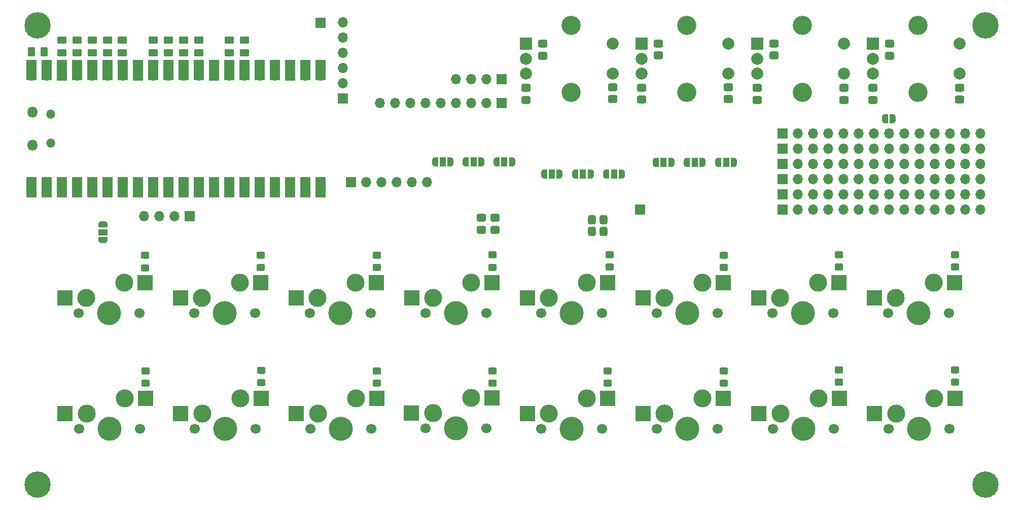
<source format=gbr>
%TF.GenerationSoftware,KiCad,Pcbnew,8.0.6*%
%TF.CreationDate,2025-04-15T16:38:21+01:00*%
%TF.ProjectId,PicoSynth,5069636f-5379-46e7-9468-2e6b69636164,rev?*%
%TF.SameCoordinates,Original*%
%TF.FileFunction,Soldermask,Bot*%
%TF.FilePolarity,Negative*%
%FSLAX46Y46*%
G04 Gerber Fmt 4.6, Leading zero omitted, Abs format (unit mm)*
G04 Created by KiCad (PCBNEW 8.0.6) date 2025-04-15 16:38:21*
%MOMM*%
%LPD*%
G01*
G04 APERTURE LIST*
G04 Aperture macros list*
%AMRoundRect*
0 Rectangle with rounded corners*
0 $1 Rounding radius*
0 $2 $3 $4 $5 $6 $7 $8 $9 X,Y pos of 4 corners*
0 Add a 4 corners polygon primitive as box body*
4,1,4,$2,$3,$4,$5,$6,$7,$8,$9,$2,$3,0*
0 Add four circle primitives for the rounded corners*
1,1,$1+$1,$2,$3*
1,1,$1+$1,$4,$5*
1,1,$1+$1,$6,$7*
1,1,$1+$1,$8,$9*
0 Add four rect primitives between the rounded corners*
20,1,$1+$1,$2,$3,$4,$5,0*
20,1,$1+$1,$4,$5,$6,$7,0*
20,1,$1+$1,$6,$7,$8,$9,0*
20,1,$1+$1,$8,$9,$2,$3,0*%
%AMFreePoly0*
4,1,19,0.550000,-0.750000,0.000000,-0.750000,0.000000,-0.744911,-0.071157,-0.744911,-0.207708,-0.704816,-0.327430,-0.627875,-0.420627,-0.520320,-0.479746,-0.390866,-0.500000,-0.250000,-0.500000,0.250000,-0.479746,0.390866,-0.420627,0.520320,-0.327430,0.627875,-0.207708,0.704816,-0.071157,0.744911,0.000000,0.744911,0.000000,0.750000,0.550000,0.750000,0.550000,-0.750000,0.550000,-0.750000,
$1*%
%AMFreePoly1*
4,1,19,0.000000,0.744911,0.071157,0.744911,0.207708,0.704816,0.327430,0.627875,0.420627,0.520320,0.479746,0.390866,0.500000,0.250000,0.500000,-0.250000,0.479746,-0.390866,0.420627,-0.520320,0.327430,-0.627875,0.207708,-0.704816,0.071157,-0.744911,0.000000,-0.744911,0.000000,-0.750000,-0.550000,-0.750000,-0.550000,0.750000,0.000000,0.750000,0.000000,0.744911,0.000000,0.744911,
$1*%
%AMFreePoly2*
4,1,19,0.500000,-0.750000,0.000000,-0.750000,0.000000,-0.744911,-0.071157,-0.744911,-0.207708,-0.704816,-0.327430,-0.627875,-0.420627,-0.520320,-0.479746,-0.390866,-0.500000,-0.250000,-0.500000,0.250000,-0.479746,0.390866,-0.420627,0.520320,-0.327430,0.627875,-0.207708,0.704816,-0.071157,0.744911,0.000000,0.744911,0.000000,0.750000,0.500000,0.750000,0.500000,-0.750000,0.500000,-0.750000,
$1*%
%AMFreePoly3*
4,1,19,0.000000,0.744911,0.071157,0.744911,0.207708,0.704816,0.327430,0.627875,0.420627,0.520320,0.479746,0.390866,0.500000,0.250000,0.500000,-0.250000,0.479746,-0.390866,0.420627,-0.520320,0.327430,-0.627875,0.207708,-0.704816,0.071157,-0.744911,0.000000,-0.744911,0.000000,-0.750000,-0.500000,-0.750000,-0.500000,0.750000,0.000000,0.750000,0.000000,0.744911,0.000000,0.744911,
$1*%
G04 Aperture macros list end*
%ADD10R,1.700000X1.700000*%
%ADD11C,0.700000*%
%ADD12C,4.400000*%
%ADD13O,1.700000X1.700000*%
%ADD14C,1.700000*%
%ADD15C,3.000000*%
%ADD16C,4.000000*%
%ADD17R,2.550000X2.500000*%
%ADD18R,2.000000X2.000000*%
%ADD19C,2.000000*%
%ADD20C,3.200000*%
%ADD21RoundRect,0.250000X-0.450000X0.325000X-0.450000X-0.325000X0.450000X-0.325000X0.450000X0.325000X0*%
%ADD22RoundRect,0.213760X0.526240X-0.426240X0.526240X0.426240X-0.526240X0.426240X-0.526240X-0.426240X0*%
%ADD23RoundRect,0.213350X0.551650X-0.414150X0.551650X0.414150X-0.551650X0.414150X-0.551650X-0.414150X0*%
%ADD24FreePoly0,90.000000*%
%ADD25R,1.500000X1.000000*%
%ADD26FreePoly1,90.000000*%
%ADD27FreePoly0,0.000000*%
%ADD28R,1.000000X1.500000*%
%ADD29FreePoly1,0.000000*%
%ADD30RoundRect,0.213760X0.426240X0.526240X-0.426240X0.526240X-0.426240X-0.526240X0.426240X-0.526240X0*%
%ADD31RoundRect,0.213760X-0.526240X0.426240X-0.526240X-0.426240X0.526240X-0.426240X0.526240X0.426240X0*%
%ADD32O,1.800000X1.800000*%
%ADD33O,1.500000X1.500000*%
%ADD34R,1.700000X3.500000*%
%ADD35FreePoly2,0.000000*%
%ADD36FreePoly3,0.000000*%
%ADD37RoundRect,0.213350X-0.414150X-0.551650X0.414150X-0.551650X0.414150X0.551650X-0.414150X0.551650X0*%
G04 APERTURE END LIST*
D10*
%TO.C,J7*%
X147269200Y-66548000D03*
%TD*%
D11*
%TO.C,H4*%
X203277200Y-35814000D03*
X203760474Y-34647274D03*
X203760474Y-36980726D03*
X204927200Y-34164000D03*
D12*
X204927200Y-35814000D03*
D11*
X204927200Y-37464000D03*
X206093926Y-34647274D03*
X206093926Y-36980726D03*
X206577200Y-35814000D03*
%TD*%
D10*
%TO.C,J14*%
X171069000Y-56388000D03*
D13*
X173609000Y-56388000D03*
X176149000Y-56388000D03*
X178689000Y-56388000D03*
X181229000Y-56388000D03*
X183769000Y-56388000D03*
X186309000Y-56388000D03*
X188849000Y-56388000D03*
X191389000Y-56388000D03*
X193929000Y-56388000D03*
X196469000Y-56388000D03*
X199009000Y-56388000D03*
X201549000Y-56388000D03*
X204089000Y-56388000D03*
%TD*%
D14*
%TO.C,SW9*%
X53636500Y-103124000D03*
D15*
X54906500Y-100584000D03*
D16*
X58716500Y-103124000D03*
D15*
X61256500Y-98044000D03*
D14*
X63796500Y-103124000D03*
D17*
X51306500Y-100584000D03*
X64731500Y-98044000D03*
%TD*%
D18*
%TO.C,SW3*%
X166867000Y-38914000D03*
D19*
X166867000Y-43914000D03*
X166867000Y-41414000D03*
D20*
X174367000Y-35814000D03*
X174367000Y-47014000D03*
D19*
X181367000Y-43914000D03*
X181367000Y-38914000D03*
%TD*%
D14*
%TO.C,SW12*%
X111474500Y-103089200D03*
D15*
X112744500Y-100549200D03*
D16*
X116554500Y-103089200D03*
D15*
X119094500Y-98009200D03*
D14*
X121634500Y-103089200D03*
D17*
X109144500Y-100549200D03*
X122569500Y-98009200D03*
%TD*%
D11*
%TO.C,H2*%
X203272444Y-112466680D03*
X203755718Y-111299954D03*
X203755718Y-113633406D03*
X204922444Y-110816680D03*
D12*
X204922444Y-112466680D03*
D11*
X204922444Y-114116680D03*
X206089170Y-111299954D03*
X206089170Y-113633406D03*
X206572444Y-112466680D03*
%TD*%
D14*
%TO.C,SW11*%
X92233500Y-103140000D03*
D15*
X93503500Y-100600000D03*
D16*
X97313500Y-103140000D03*
D15*
X99853500Y-98060000D03*
D14*
X102393500Y-103140000D03*
D17*
X89903500Y-100600000D03*
X103328500Y-98060000D03*
%TD*%
D10*
%TO.C,J12*%
X171069000Y-61468000D03*
D13*
X173609000Y-61468000D03*
X176149000Y-61468000D03*
X178689000Y-61468000D03*
X181229000Y-61468000D03*
X183769000Y-61468000D03*
X186309000Y-61468000D03*
X188849000Y-61468000D03*
X191389000Y-61468000D03*
X193929000Y-61468000D03*
X196469000Y-61468000D03*
X199009000Y-61468000D03*
X201549000Y-61468000D03*
X204089000Y-61468000D03*
%TD*%
D10*
%TO.C,J9*%
X171069000Y-53848000D03*
D13*
X173609000Y-53848000D03*
X176149000Y-53848000D03*
X178689000Y-53848000D03*
X181229000Y-53848000D03*
X183769000Y-53848000D03*
X186309000Y-53848000D03*
X188849000Y-53848000D03*
X191389000Y-53848000D03*
X193929000Y-53848000D03*
X196469000Y-53848000D03*
X199009000Y-53848000D03*
X201549000Y-53848000D03*
X204089000Y-53848000D03*
%TD*%
D10*
%TO.C,J3*%
X72126000Y-67716000D03*
D13*
X69586000Y-67716000D03*
X67046000Y-67716000D03*
X64506000Y-67716000D03*
%TD*%
D14*
%TO.C,SW13*%
X130810000Y-83820000D03*
D15*
X132080000Y-81280000D03*
D16*
X135890000Y-83820000D03*
D15*
X138430000Y-78740000D03*
D14*
X140970000Y-83820000D03*
D17*
X128480000Y-81280000D03*
X141905000Y-78740000D03*
%TD*%
D14*
%TO.C,SW6*%
X72898000Y-83820000D03*
D15*
X74168000Y-81280000D03*
D16*
X77978000Y-83820000D03*
D15*
X80518000Y-78740000D03*
D14*
X83058000Y-83820000D03*
D17*
X70568000Y-81280000D03*
X83993000Y-78740000D03*
%TD*%
D10*
%TO.C,J11*%
X171069000Y-64008000D03*
D13*
X173609000Y-64008000D03*
X176149000Y-64008000D03*
X178689000Y-64008000D03*
X181229000Y-64008000D03*
X183769000Y-64008000D03*
X186309000Y-64008000D03*
X188849000Y-64008000D03*
X191389000Y-64008000D03*
X193929000Y-64008000D03*
X196469000Y-64008000D03*
X199009000Y-64008000D03*
X201549000Y-64008000D03*
X204089000Y-64008000D03*
%TD*%
D14*
%TO.C,SW15*%
X150114000Y-83845400D03*
D15*
X151384000Y-81305400D03*
D16*
X155194000Y-83845400D03*
D15*
X157734000Y-78765400D03*
D14*
X160274000Y-83845400D03*
D17*
X147784000Y-81305400D03*
X161209000Y-78765400D03*
%TD*%
D18*
%TO.C,SW1*%
X128259000Y-38914000D03*
D19*
X128259000Y-43914000D03*
X128259000Y-41414000D03*
D20*
X135759000Y-35814000D03*
X135759000Y-47014000D03*
D19*
X142759000Y-43914000D03*
X142759000Y-38914000D03*
%TD*%
D14*
%TO.C,SW10*%
X72940500Y-103124000D03*
D15*
X74210500Y-100584000D03*
D16*
X78020500Y-103124000D03*
D15*
X80560500Y-98044000D03*
D14*
X83100500Y-103124000D03*
D17*
X70610500Y-100584000D03*
X84035500Y-98044000D03*
%TD*%
D14*
%TO.C,SW16*%
X150118500Y-103165400D03*
D15*
X151388500Y-100625400D03*
D16*
X155198500Y-103165400D03*
D15*
X157738500Y-98085400D03*
D14*
X160278500Y-103165400D03*
D17*
X147788500Y-100625400D03*
X161213500Y-98085400D03*
%TD*%
D10*
%TO.C,J13*%
X171069000Y-58928000D03*
D13*
X173609000Y-58928000D03*
X176149000Y-58928000D03*
X178689000Y-58928000D03*
X181229000Y-58928000D03*
X183769000Y-58928000D03*
X186309000Y-58928000D03*
X188849000Y-58928000D03*
X191389000Y-58928000D03*
X193929000Y-58928000D03*
X196469000Y-58928000D03*
X199009000Y-58928000D03*
X201549000Y-58928000D03*
X204089000Y-58928000D03*
%TD*%
D10*
%TO.C,J10*%
X171069000Y-66548000D03*
D13*
X173609000Y-66548000D03*
X176149000Y-66548000D03*
X178689000Y-66548000D03*
X181229000Y-66548000D03*
X183769000Y-66548000D03*
X186309000Y-66548000D03*
X188849000Y-66548000D03*
X191389000Y-66548000D03*
X193929000Y-66548000D03*
X196469000Y-66548000D03*
X199009000Y-66548000D03*
X201549000Y-66548000D03*
X204089000Y-66548000D03*
%TD*%
D14*
%TO.C,SW19*%
X188722000Y-83820000D03*
D15*
X189992000Y-81280000D03*
D16*
X193802000Y-83820000D03*
D15*
X196342000Y-78740000D03*
D14*
X198882000Y-83820000D03*
D17*
X186392000Y-81280000D03*
X199817000Y-78740000D03*
%TD*%
D10*
%TO.C,J8*%
X93980000Y-35433000D03*
%TD*%
D14*
%TO.C,SW7*%
X92202000Y-83820000D03*
D15*
X93472000Y-81280000D03*
D16*
X97282000Y-83820000D03*
D15*
X99822000Y-78740000D03*
D14*
X102362000Y-83820000D03*
D17*
X89872000Y-81280000D03*
X103297000Y-78740000D03*
%TD*%
D18*
%TO.C,SW4*%
X186171000Y-38914000D03*
D19*
X186171000Y-43914000D03*
X186171000Y-41414000D03*
D20*
X193671000Y-35814000D03*
X193671000Y-47014000D03*
D19*
X200671000Y-43914000D03*
X200671000Y-38914000D03*
%TD*%
D18*
%TO.C,SW2*%
X147563000Y-38914000D03*
D19*
X147563000Y-43914000D03*
X147563000Y-41414000D03*
D20*
X155063000Y-35814000D03*
X155063000Y-47014000D03*
D19*
X162063000Y-43914000D03*
X162063000Y-38914000D03*
%TD*%
D10*
%TO.C,J5*%
X124206000Y-44831000D03*
D13*
X121666000Y-44831000D03*
X119126000Y-44831000D03*
X116586000Y-44831000D03*
%TD*%
D14*
%TO.C,SW18*%
X169438500Y-103124000D03*
D15*
X170708500Y-100584000D03*
D16*
X174518500Y-103124000D03*
D15*
X177058500Y-98044000D03*
D14*
X179598500Y-103124000D03*
D17*
X167108500Y-100584000D03*
X180533500Y-98044000D03*
%TD*%
D14*
%TO.C,SW8*%
X111512100Y-83820000D03*
D15*
X112782100Y-81280000D03*
D16*
X116592100Y-83820000D03*
D15*
X119132100Y-78740000D03*
D14*
X121672100Y-83820000D03*
D17*
X109182100Y-81280000D03*
X122607100Y-78740000D03*
%TD*%
D14*
%TO.C,SW17*%
X169418000Y-83820000D03*
D15*
X170688000Y-81280000D03*
D16*
X174498000Y-83820000D03*
D15*
X177038000Y-78740000D03*
D14*
X179578000Y-83820000D03*
D17*
X167088000Y-81280000D03*
X180513000Y-78740000D03*
%TD*%
D14*
%TO.C,SW20*%
X188753500Y-103124000D03*
D15*
X190023500Y-100584000D03*
D16*
X193833500Y-103124000D03*
D15*
X196373500Y-98044000D03*
D14*
X198913500Y-103124000D03*
D17*
X186423500Y-100584000D03*
X199848500Y-98044000D03*
%TD*%
D14*
%TO.C,SW5*%
X53594000Y-83820000D03*
D15*
X54864000Y-81280000D03*
D16*
X58674000Y-83820000D03*
D15*
X61214000Y-78740000D03*
D14*
X63754000Y-83820000D03*
D17*
X51264000Y-81280000D03*
X64689000Y-78740000D03*
%TD*%
D14*
%TO.C,SW14*%
X130821000Y-103124000D03*
D15*
X132091000Y-100584000D03*
D16*
X135901000Y-103124000D03*
D15*
X138441000Y-98044000D03*
D14*
X140981000Y-103124000D03*
D17*
X128491000Y-100584000D03*
X141916000Y-98044000D03*
%TD*%
D11*
%TO.C,H1*%
X45061228Y-112476059D03*
X45544502Y-111309333D03*
X45544502Y-113642785D03*
X46711228Y-110826059D03*
D12*
X46711228Y-112476059D03*
D11*
X46711228Y-114126059D03*
X47877954Y-111309333D03*
X47877954Y-113642785D03*
X48361228Y-112476059D03*
%TD*%
%TO.C,H3*%
X45062274Y-35814000D03*
X45545548Y-34647274D03*
X45545548Y-36980726D03*
X46712274Y-34164000D03*
D12*
X46712274Y-35814000D03*
D11*
X46712274Y-37464000D03*
X47879000Y-34647274D03*
X47879000Y-36980726D03*
X48362274Y-35814000D03*
%TD*%
D21*
%TO.C,D14*%
X180467000Y-74133600D03*
X180467000Y-76183600D03*
%TD*%
D22*
%TO.C,R15*%
X150368000Y-40874000D03*
X150368000Y-38874000D03*
%TD*%
D21*
%TO.C,D13*%
X161294500Y-93507400D03*
X161294500Y-95557400D03*
%TD*%
D23*
%TO.C,C27*%
X66040000Y-40386000D03*
X66040000Y-38311000D03*
%TD*%
D21*
%TO.C,D8*%
X103378000Y-93463000D03*
X103378000Y-95513000D03*
%TD*%
D24*
%TO.C,JP14*%
X57658000Y-71658000D03*
D25*
X57658000Y-70358000D03*
D26*
X57658000Y-69058000D03*
%TD*%
D27*
%TO.C,JP8*%
X113068000Y-58597800D03*
D28*
X114368000Y-58597800D03*
D29*
X115668000Y-58597800D03*
%TD*%
D21*
%TO.C,D11*%
X141859000Y-93463000D03*
X141859000Y-95513000D03*
%TD*%
D22*
%TO.C,R13*%
X166878000Y-48256000D03*
X166878000Y-46256000D03*
%TD*%
D23*
%TO.C,C24*%
X71120000Y-40407500D03*
X71120000Y-38332500D03*
%TD*%
D27*
%TO.C,JP7*%
X141651200Y-60629800D03*
D28*
X142951200Y-60629800D03*
D29*
X144251200Y-60629800D03*
%TD*%
D10*
%TO.C,J6*%
X99060000Y-61976000D03*
D13*
X101600000Y-61976000D03*
X104140000Y-61976000D03*
X106680000Y-61976000D03*
X109220000Y-61976000D03*
X111760000Y-61976000D03*
%TD*%
D23*
%TO.C,C25*%
X50800000Y-40386000D03*
X50800000Y-38311000D03*
%TD*%
D21*
%TO.C,D9*%
X122656600Y-93463000D03*
X122656600Y-95513000D03*
%TD*%
D30*
%TO.C,R8*%
X141217400Y-68275200D03*
X139217400Y-68275200D03*
%TD*%
D31*
%TO.C,R14*%
X181356000Y-46256000D03*
X181356000Y-48256000D03*
%TD*%
D27*
%TO.C,JP13*%
X160345600Y-58674000D03*
D28*
X161645600Y-58674000D03*
D29*
X162945600Y-58674000D03*
%TD*%
D32*
%TO.C,U1*%
X45850000Y-50361000D03*
D33*
X48880000Y-50661000D03*
X48880000Y-55511000D03*
D32*
X45850000Y-55811000D03*
D13*
X45720000Y-44196000D03*
D34*
X45720000Y-43296000D03*
D13*
X48260000Y-44196000D03*
D34*
X48260000Y-43296000D03*
D10*
X50800000Y-44196000D03*
D34*
X50800000Y-43296000D03*
D13*
X53340000Y-44196000D03*
D34*
X53340000Y-43296000D03*
D13*
X55880000Y-44196000D03*
D34*
X55880000Y-43296000D03*
D13*
X58420000Y-44196000D03*
D34*
X58420000Y-43296000D03*
D13*
X60960000Y-44196000D03*
D34*
X60960000Y-43296000D03*
D10*
X63500000Y-44196000D03*
D34*
X63500000Y-43296000D03*
D13*
X66040000Y-44196000D03*
D34*
X66040000Y-43296000D03*
D13*
X68580000Y-44196000D03*
D34*
X68580000Y-43296000D03*
D13*
X71120000Y-44196000D03*
D34*
X71120000Y-43296000D03*
D13*
X73660000Y-44196000D03*
D34*
X73660000Y-43296000D03*
D10*
X76200000Y-44196000D03*
D34*
X76200000Y-43296000D03*
D13*
X78740000Y-44196000D03*
D34*
X78740000Y-43296000D03*
D13*
X81280000Y-44196000D03*
D34*
X81280000Y-43296000D03*
D13*
X83820000Y-44196000D03*
D34*
X83820000Y-43296000D03*
D13*
X86360000Y-44196000D03*
D34*
X86360000Y-43296000D03*
D10*
X88900000Y-44196000D03*
D34*
X88900000Y-43296000D03*
D13*
X91440000Y-44196000D03*
D34*
X91440000Y-43296000D03*
D13*
X93980000Y-44196000D03*
D34*
X93980000Y-43296000D03*
D13*
X93980000Y-61976000D03*
D34*
X93980000Y-62876000D03*
D13*
X91440000Y-61976000D03*
D34*
X91440000Y-62876000D03*
D10*
X88900000Y-61976000D03*
D34*
X88900000Y-62876000D03*
D13*
X86360000Y-61976000D03*
D34*
X86360000Y-62876000D03*
D13*
X83820000Y-61976000D03*
D34*
X83820000Y-62876000D03*
D13*
X81280000Y-61976000D03*
D34*
X81280000Y-62876000D03*
D13*
X78740000Y-61976000D03*
D34*
X78740000Y-62876000D03*
D10*
X76200000Y-61976000D03*
D34*
X76200000Y-62876000D03*
D13*
X73660000Y-61976000D03*
D34*
X73660000Y-62876000D03*
D13*
X71120000Y-61976000D03*
D34*
X71120000Y-62876000D03*
D13*
X68580000Y-61976000D03*
D34*
X68580000Y-62876000D03*
D13*
X66040000Y-61976000D03*
D34*
X66040000Y-62876000D03*
D10*
X63500000Y-61976000D03*
D34*
X63500000Y-62876000D03*
D13*
X60960000Y-61976000D03*
D34*
X60960000Y-62876000D03*
D13*
X58420000Y-61976000D03*
D34*
X58420000Y-62876000D03*
D13*
X55880000Y-61976000D03*
D34*
X55880000Y-62876000D03*
D13*
X53340000Y-61976000D03*
D34*
X53340000Y-62876000D03*
D10*
X50800000Y-61976000D03*
D34*
X50800000Y-62876000D03*
D13*
X48260000Y-61976000D03*
D34*
X48260000Y-62876000D03*
D13*
X45720000Y-61976000D03*
D34*
X45720000Y-62876000D03*
%TD*%
D23*
%TO.C,C23*%
X68580000Y-40386000D03*
X68580000Y-38311000D03*
%TD*%
D21*
%TO.C,D4*%
X103360900Y-74199000D03*
X103360900Y-76249000D03*
%TD*%
%TO.C,D10*%
X142240000Y-74133600D03*
X142240000Y-76183600D03*
%TD*%
D27*
%TO.C,JP12*%
X155108600Y-58674000D03*
D28*
X156408600Y-58674000D03*
D29*
X157708600Y-58674000D03*
%TD*%
D23*
%TO.C,C20*%
X58420000Y-40386000D03*
X58420000Y-38311000D03*
%TD*%
%TO.C,C26*%
X53340000Y-40386000D03*
X53340000Y-38311000D03*
%TD*%
D31*
%TO.C,R20*%
X200660000Y-46240000D03*
X200660000Y-48240000D03*
%TD*%
D21*
%TO.C,D15*%
X180487500Y-93355000D03*
X180487500Y-95405000D03*
%TD*%
D22*
%TO.C,R22*%
X123063000Y-69945000D03*
X123063000Y-67945000D03*
%TD*%
D21*
%TO.C,D12*%
X161290000Y-74159000D03*
X161290000Y-76209000D03*
%TD*%
D22*
%TO.C,R11*%
X169672000Y-40874000D03*
X169672000Y-38874000D03*
%TD*%
D21*
%TO.C,D7*%
X84085000Y-93397600D03*
X84085000Y-95447600D03*
%TD*%
%TO.C,D3*%
X83951900Y-74159000D03*
X83951900Y-76209000D03*
%TD*%
D31*
%TO.C,R19*%
X162052000Y-46141000D03*
X162052000Y-48141000D03*
%TD*%
D23*
%TO.C,C17*%
X73660000Y-40407500D03*
X73660000Y-38332500D03*
%TD*%
D22*
%TO.C,R18*%
X186182000Y-48256000D03*
X186182000Y-46256000D03*
%TD*%
D23*
%TO.C,C19*%
X78740000Y-40386000D03*
X78740000Y-38311000D03*
%TD*%
%TO.C,C22*%
X55880000Y-40386000D03*
X55880000Y-38311000D03*
%TD*%
D21*
%TO.C,D16*%
X199898000Y-74133600D03*
X199898000Y-76183600D03*
%TD*%
D31*
%TO.C,R12*%
X142733000Y-46141000D03*
X142733000Y-48141000D03*
%TD*%
D35*
%TO.C,JP15*%
X188184000Y-51409600D03*
D36*
X189484000Y-51409600D03*
%TD*%
D27*
%TO.C,JP11*%
X149901600Y-58674000D03*
D28*
X151201600Y-58674000D03*
D29*
X152501600Y-58674000D03*
%TD*%
D27*
%TO.C,JP9*%
X118207000Y-58597800D03*
D28*
X119507000Y-58597800D03*
D29*
X120807000Y-58597800D03*
%TD*%
D10*
%TO.C,J1*%
X97653000Y-48006000D03*
D13*
X97653000Y-45466000D03*
X97653000Y-42926000D03*
X97653000Y-40386000D03*
X97653000Y-37846000D03*
X97653000Y-35306000D03*
%TD*%
D30*
%TO.C,R7*%
X141217400Y-70256400D03*
X139217400Y-70256400D03*
%TD*%
D21*
%TO.C,D6*%
X64770000Y-93463000D03*
X64770000Y-95513000D03*
%TD*%
D27*
%TO.C,JP6*%
X136444200Y-60629800D03*
D28*
X137744200Y-60629800D03*
D29*
X139044200Y-60629800D03*
%TD*%
D22*
%TO.C,R10*%
X131064000Y-40924800D03*
X131064000Y-38924800D03*
%TD*%
%TO.C,R17*%
X188976000Y-40890000D03*
X188976000Y-38890000D03*
%TD*%
D27*
%TO.C,JP5*%
X131267200Y-60629800D03*
D28*
X132567200Y-60629800D03*
D29*
X133867200Y-60629800D03*
%TD*%
D21*
%TO.C,D5*%
X122682000Y-74150000D03*
X122682000Y-76200000D03*
%TD*%
%TO.C,D2*%
X64647900Y-74228000D03*
X64647900Y-76278000D03*
%TD*%
D22*
%TO.C,R21*%
X120777000Y-69945000D03*
X120777000Y-67945000D03*
%TD*%
%TO.C,R16*%
X147574000Y-48240000D03*
X147574000Y-46240000D03*
%TD*%
D23*
%TO.C,C18*%
X81280000Y-40386000D03*
X81280000Y-38311000D03*
%TD*%
D27*
%TO.C,JP10*%
X123317000Y-58597800D03*
D28*
X124617000Y-58597800D03*
D29*
X125917000Y-58597800D03*
%TD*%
D23*
%TO.C,C21*%
X60833000Y-40386000D03*
X60833000Y-38311000D03*
%TD*%
D37*
%TO.C,C28*%
X45720000Y-40259000D03*
X47795000Y-40259000D03*
%TD*%
D10*
%TO.C,J4*%
X124196000Y-48768000D03*
D13*
X121656000Y-48768000D03*
X119116000Y-48768000D03*
X116576000Y-48768000D03*
X114036000Y-48768000D03*
X111496000Y-48768000D03*
X108956000Y-48768000D03*
X106416000Y-48768000D03*
X103876000Y-48768000D03*
%TD*%
D22*
%TO.C,R9*%
X128270000Y-48256000D03*
X128270000Y-46256000D03*
%TD*%
D21*
%TO.C,D17*%
X199879000Y-93336000D03*
X199879000Y-95386000D03*
%TD*%
M02*

</source>
